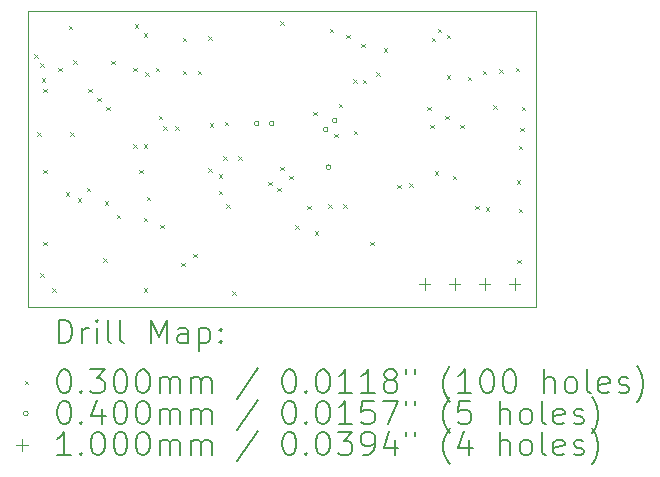
<source format=gbr>
%FSLAX45Y45*%
G04 Gerber Fmt 4.5, Leading zero omitted, Abs format (unit mm)*
G04 Created by KiCad (PCBNEW 6.0.5-a6ca702e91~116~ubuntu21.10.1) date 2022-05-27 18:57:24*
%MOMM*%
%LPD*%
G01*
G04 APERTURE LIST*
%TA.AperFunction,Profile*%
%ADD10C,0.050000*%
%TD*%
%ADD11C,0.200000*%
%ADD12C,0.030000*%
%ADD13C,0.040000*%
%ADD14C,0.100000*%
G04 APERTURE END LIST*
D10*
X7988300Y-13500000D02*
X7988300Y-11000000D01*
X12288300Y-13500000D02*
X7988300Y-13500000D01*
X12288300Y-11000000D02*
X12288300Y-13500000D01*
X7988300Y-11000000D02*
X12288300Y-11000000D01*
D11*
D12*
X8037800Y-11364200D02*
X8067800Y-11394200D01*
X8067800Y-11364200D02*
X8037800Y-11394200D01*
X8063200Y-12024600D02*
X8093200Y-12054600D01*
X8093200Y-12024600D02*
X8063200Y-12054600D01*
X8088600Y-11440400D02*
X8118600Y-11470400D01*
X8118600Y-11440400D02*
X8088600Y-11470400D01*
X8088600Y-13218400D02*
X8118600Y-13248400D01*
X8118600Y-13218400D02*
X8088600Y-13248400D01*
X8101300Y-11567400D02*
X8131300Y-11597400D01*
X8131300Y-11567400D02*
X8101300Y-11597400D01*
X8114000Y-11656300D02*
X8144000Y-11686300D01*
X8144000Y-11656300D02*
X8114000Y-11686300D01*
X8114000Y-12342100D02*
X8144000Y-12372100D01*
X8144000Y-12342100D02*
X8114000Y-12372100D01*
X8114000Y-12951700D02*
X8144000Y-12981700D01*
X8144000Y-12951700D02*
X8114000Y-12981700D01*
X8190200Y-13345400D02*
X8220200Y-13375400D01*
X8220200Y-13345400D02*
X8190200Y-13375400D01*
X8241000Y-11478500D02*
X8271000Y-11508500D01*
X8271000Y-11478500D02*
X8241000Y-11508500D01*
X8304500Y-12532600D02*
X8334500Y-12562600D01*
X8334500Y-12532600D02*
X8304500Y-12562600D01*
X8329900Y-11122900D02*
X8359900Y-11152900D01*
X8359900Y-11122900D02*
X8329900Y-11152900D01*
X8342600Y-12024600D02*
X8372600Y-12054600D01*
X8372600Y-12024600D02*
X8342600Y-12054600D01*
X8368000Y-11415000D02*
X8398000Y-11445000D01*
X8398000Y-11415000D02*
X8368000Y-11445000D01*
X8406100Y-12583400D02*
X8436100Y-12613400D01*
X8436100Y-12583400D02*
X8406100Y-12613400D01*
X8482300Y-12494500D02*
X8512300Y-12524500D01*
X8512300Y-12494500D02*
X8482300Y-12524500D01*
X8495000Y-11656300D02*
X8525000Y-11686300D01*
X8525000Y-11656300D02*
X8495000Y-11686300D01*
X8571200Y-11732500D02*
X8601200Y-11762500D01*
X8601200Y-11732500D02*
X8571200Y-11762500D01*
X8622000Y-13091400D02*
X8652000Y-13121400D01*
X8652000Y-13091400D02*
X8622000Y-13121400D01*
X8634700Y-12608800D02*
X8664700Y-12638800D01*
X8664700Y-12608800D02*
X8634700Y-12638800D01*
X8647400Y-11808700D02*
X8677400Y-11838700D01*
X8677400Y-11808700D02*
X8647400Y-11838700D01*
X8687547Y-11417699D02*
X8717547Y-11447699D01*
X8717547Y-11417699D02*
X8687547Y-11447699D01*
X8736300Y-12723100D02*
X8766300Y-12753100D01*
X8766300Y-12723100D02*
X8736300Y-12753100D01*
X8876000Y-11478500D02*
X8906000Y-11508500D01*
X8906000Y-11478500D02*
X8876000Y-11508500D01*
X8876000Y-12126200D02*
X8906000Y-12156200D01*
X8906000Y-12126200D02*
X8876000Y-12156200D01*
X8888700Y-11110200D02*
X8918700Y-11140200D01*
X8918700Y-11110200D02*
X8888700Y-11140200D01*
X8926800Y-12342100D02*
X8956800Y-12372100D01*
X8956800Y-12342100D02*
X8926800Y-12372100D01*
X8964900Y-11186400D02*
X8994900Y-11216400D01*
X8994900Y-11186400D02*
X8964900Y-11216400D01*
X8964900Y-12126200D02*
X8994900Y-12156200D01*
X8994900Y-12126200D02*
X8964900Y-12156200D01*
X8964900Y-12748500D02*
X8994900Y-12778500D01*
X8994900Y-12748500D02*
X8964900Y-12778500D01*
X8964900Y-13345400D02*
X8994900Y-13375400D01*
X8994900Y-13345400D02*
X8964900Y-13375400D01*
X8977600Y-11516600D02*
X9007600Y-11546600D01*
X9007600Y-11516600D02*
X8977600Y-11546600D01*
X8990300Y-12570700D02*
X9020300Y-12600700D01*
X9020300Y-12570700D02*
X8990300Y-12600700D01*
X9066500Y-11478500D02*
X9096500Y-11508500D01*
X9096500Y-11478500D02*
X9066500Y-11508500D01*
X9091900Y-11884900D02*
X9121900Y-11914900D01*
X9121900Y-11884900D02*
X9091900Y-11914900D01*
X9104600Y-12808500D02*
X9134600Y-12838500D01*
X9134600Y-12808500D02*
X9104600Y-12838500D01*
X9130000Y-11973800D02*
X9160000Y-12003800D01*
X9160000Y-11973800D02*
X9130000Y-12003800D01*
X9231600Y-11973800D02*
X9261600Y-12003800D01*
X9261600Y-11973800D02*
X9231600Y-12003800D01*
X9282400Y-13129500D02*
X9312400Y-13159500D01*
X9312400Y-13129500D02*
X9282400Y-13159500D01*
X9295100Y-11224500D02*
X9325100Y-11254500D01*
X9325100Y-11224500D02*
X9295100Y-11254500D01*
X9295100Y-11503900D02*
X9325100Y-11533900D01*
X9325100Y-11503900D02*
X9295100Y-11533900D01*
X9384000Y-13053300D02*
X9414000Y-13083300D01*
X9414000Y-13053300D02*
X9384000Y-13083300D01*
X9422100Y-11503900D02*
X9452100Y-11533900D01*
X9452100Y-11503900D02*
X9422100Y-11533900D01*
X9511000Y-11211800D02*
X9541000Y-11241800D01*
X9541000Y-11211800D02*
X9511000Y-11241800D01*
X9511000Y-12329400D02*
X9541000Y-12359400D01*
X9541000Y-12329400D02*
X9511000Y-12359400D01*
X9523700Y-11948400D02*
X9553700Y-11978400D01*
X9553700Y-11948400D02*
X9523700Y-11978400D01*
X9599900Y-12380200D02*
X9629900Y-12410200D01*
X9629900Y-12380200D02*
X9599900Y-12410200D01*
X9599900Y-12519900D02*
X9629900Y-12549900D01*
X9629900Y-12519900D02*
X9599900Y-12549900D01*
X9638000Y-12227800D02*
X9668000Y-12257800D01*
X9668000Y-12227800D02*
X9638000Y-12257800D01*
X9650700Y-11935700D02*
X9680700Y-11965700D01*
X9680700Y-11935700D02*
X9650700Y-11965700D01*
X9663400Y-12634200D02*
X9693400Y-12664200D01*
X9693400Y-12634200D02*
X9663400Y-12664200D01*
X9714200Y-13370800D02*
X9744200Y-13400800D01*
X9744200Y-13370800D02*
X9714200Y-13400800D01*
X9765000Y-12227800D02*
X9795000Y-12257800D01*
X9795000Y-12227800D02*
X9765000Y-12257800D01*
X10019000Y-12443700D02*
X10049000Y-12473700D01*
X10049000Y-12443700D02*
X10019000Y-12473700D01*
X10095200Y-12494500D02*
X10125200Y-12524500D01*
X10125200Y-12494500D02*
X10095200Y-12524500D01*
X10120600Y-11084800D02*
X10150600Y-11114800D01*
X10150600Y-11084800D02*
X10120600Y-11114800D01*
X10120600Y-12316700D02*
X10150600Y-12346700D01*
X10150600Y-12316700D02*
X10120600Y-12346700D01*
X10196800Y-12392900D02*
X10226800Y-12422900D01*
X10226800Y-12392900D02*
X10196800Y-12422900D01*
X10247600Y-12812000D02*
X10277600Y-12842000D01*
X10277600Y-12812000D02*
X10247600Y-12842000D01*
X10349200Y-12646900D02*
X10379200Y-12676900D01*
X10379200Y-12646900D02*
X10349200Y-12676900D01*
X10400000Y-11850350D02*
X10430000Y-11880350D01*
X10430000Y-11850350D02*
X10400000Y-11880350D01*
X10412700Y-12862800D02*
X10442700Y-12892800D01*
X10442700Y-12862800D02*
X10412700Y-12892800D01*
X10527000Y-12634200D02*
X10557000Y-12664200D01*
X10557000Y-12634200D02*
X10527000Y-12664200D01*
X10538700Y-11148300D02*
X10568700Y-11178300D01*
X10568700Y-11148300D02*
X10538700Y-11178300D01*
X10577800Y-12037300D02*
X10607800Y-12067300D01*
X10607800Y-12037300D02*
X10577800Y-12067300D01*
X10615900Y-11783300D02*
X10645900Y-11813300D01*
X10645900Y-11783300D02*
X10615900Y-11813300D01*
X10654000Y-12634200D02*
X10684000Y-12664200D01*
X10684000Y-12634200D02*
X10654000Y-12664200D01*
X10679400Y-11199100D02*
X10709400Y-11229100D01*
X10709400Y-11199100D02*
X10679400Y-11229100D01*
X10736673Y-11577674D02*
X10766673Y-11607674D01*
X10766673Y-11577674D02*
X10736673Y-11607674D01*
X10742900Y-12011900D02*
X10772900Y-12041900D01*
X10772900Y-12011900D02*
X10742900Y-12041900D01*
X10806400Y-11275300D02*
X10836400Y-11305300D01*
X10836400Y-11275300D02*
X10806400Y-11305300D01*
X10819100Y-11580100D02*
X10849100Y-11610100D01*
X10849100Y-11580100D02*
X10819100Y-11610100D01*
X10882600Y-12951700D02*
X10912600Y-12981700D01*
X10912600Y-12951700D02*
X10882600Y-12981700D01*
X10933400Y-11518100D02*
X10963400Y-11548100D01*
X10963400Y-11518100D02*
X10933400Y-11548100D01*
X10996900Y-11313400D02*
X11026900Y-11343400D01*
X11026900Y-11313400D02*
X10996900Y-11343400D01*
X11111200Y-12469100D02*
X11141200Y-12499100D01*
X11141200Y-12469100D02*
X11111200Y-12499100D01*
X11212800Y-12456400D02*
X11242800Y-12486400D01*
X11242800Y-12456400D02*
X11212800Y-12486400D01*
X11365200Y-11808700D02*
X11395200Y-11838700D01*
X11395200Y-11808700D02*
X11365200Y-11838700D01*
X11390600Y-11961100D02*
X11420600Y-11991100D01*
X11420600Y-11961100D02*
X11390600Y-11991100D01*
X11402300Y-11224500D02*
X11432300Y-11254500D01*
X11432300Y-11224500D02*
X11402300Y-11254500D01*
X11428700Y-12354800D02*
X11458700Y-12384800D01*
X11458700Y-12354800D02*
X11428700Y-12384800D01*
X11453100Y-11148300D02*
X11483100Y-11178300D01*
X11483100Y-11148300D02*
X11453100Y-11178300D01*
X11517600Y-11884900D02*
X11547600Y-11914900D01*
X11547600Y-11884900D02*
X11517600Y-11914900D01*
X11529300Y-11199100D02*
X11559300Y-11229100D01*
X11559300Y-11199100D02*
X11529300Y-11229100D01*
X11530300Y-11542000D02*
X11560300Y-11572000D01*
X11560300Y-11542000D02*
X11530300Y-11572000D01*
X11581100Y-12392900D02*
X11611100Y-12422900D01*
X11611100Y-12392900D02*
X11581100Y-12422900D01*
X11644600Y-11961100D02*
X11674600Y-11991100D01*
X11674600Y-11961100D02*
X11644600Y-11991100D01*
X11708100Y-11554700D02*
X11738100Y-11584700D01*
X11738100Y-11554700D02*
X11708100Y-11584700D01*
X11771600Y-12646900D02*
X11801600Y-12676900D01*
X11801600Y-12646900D02*
X11771600Y-12676900D01*
X11835100Y-11503900D02*
X11865100Y-11533900D01*
X11865100Y-11503900D02*
X11835100Y-11533900D01*
X11860500Y-12659600D02*
X11890500Y-12689600D01*
X11890500Y-12659600D02*
X11860500Y-12689600D01*
X11924000Y-11796000D02*
X11954000Y-11826000D01*
X11954000Y-11796000D02*
X11924000Y-11826000D01*
X11974800Y-11491200D02*
X12004800Y-11521200D01*
X12004800Y-11491200D02*
X11974800Y-11521200D01*
X12113500Y-11478500D02*
X12143500Y-11508500D01*
X12143500Y-11478500D02*
X12113500Y-11508500D01*
X12123700Y-12431000D02*
X12153700Y-12461000D01*
X12153700Y-12431000D02*
X12123700Y-12461000D01*
X12127200Y-13104100D02*
X12157200Y-13134100D01*
X12157200Y-13104100D02*
X12127200Y-13134100D01*
X12138900Y-12138900D02*
X12168900Y-12168900D01*
X12168900Y-12138900D02*
X12138900Y-12168900D01*
X12139900Y-12672300D02*
X12169900Y-12702300D01*
X12169900Y-12672300D02*
X12139900Y-12702300D01*
X12152600Y-11986500D02*
X12182600Y-12016500D01*
X12182600Y-11986500D02*
X12152600Y-12016500D01*
X12164300Y-11808700D02*
X12194300Y-11838700D01*
X12194300Y-11808700D02*
X12164300Y-11838700D01*
D13*
X9939700Y-11950700D02*
G75*
G03*
X9939700Y-11950700I-20000J0D01*
G01*
X10066700Y-11950700D02*
G75*
G03*
X10066700Y-11950700I-20000J0D01*
G01*
X10523900Y-12001500D02*
G75*
G03*
X10523900Y-12001500I-20000J0D01*
G01*
X10549300Y-12319000D02*
G75*
G03*
X10549300Y-12319000I-20000J0D01*
G01*
X10600100Y-11925300D02*
G75*
G03*
X10600100Y-11925300I-20000J0D01*
G01*
D14*
X11342100Y-13259600D02*
X11342100Y-13359600D01*
X11292100Y-13309600D02*
X11392100Y-13309600D01*
X11596100Y-13259600D02*
X11596100Y-13359600D01*
X11546100Y-13309600D02*
X11646100Y-13309600D01*
X11850100Y-13259600D02*
X11850100Y-13359600D01*
X11800100Y-13309600D02*
X11900100Y-13309600D01*
X12104100Y-13259600D02*
X12104100Y-13359600D01*
X12054100Y-13309600D02*
X12154100Y-13309600D01*
D11*
X8243419Y-13812976D02*
X8243419Y-13612976D01*
X8291038Y-13612976D01*
X8319609Y-13622500D01*
X8338657Y-13641548D01*
X8348181Y-13660595D01*
X8357705Y-13698690D01*
X8357705Y-13727262D01*
X8348181Y-13765357D01*
X8338657Y-13784405D01*
X8319609Y-13803452D01*
X8291038Y-13812976D01*
X8243419Y-13812976D01*
X8443419Y-13812976D02*
X8443419Y-13679643D01*
X8443419Y-13717738D02*
X8452943Y-13698690D01*
X8462467Y-13689167D01*
X8481514Y-13679643D01*
X8500562Y-13679643D01*
X8567229Y-13812976D02*
X8567229Y-13679643D01*
X8567229Y-13612976D02*
X8557705Y-13622500D01*
X8567229Y-13632024D01*
X8576752Y-13622500D01*
X8567229Y-13612976D01*
X8567229Y-13632024D01*
X8691038Y-13812976D02*
X8671990Y-13803452D01*
X8662467Y-13784405D01*
X8662467Y-13612976D01*
X8795800Y-13812976D02*
X8776752Y-13803452D01*
X8767229Y-13784405D01*
X8767229Y-13612976D01*
X9024371Y-13812976D02*
X9024371Y-13612976D01*
X9091038Y-13755833D01*
X9157705Y-13612976D01*
X9157705Y-13812976D01*
X9338657Y-13812976D02*
X9338657Y-13708214D01*
X9329133Y-13689167D01*
X9310086Y-13679643D01*
X9271990Y-13679643D01*
X9252943Y-13689167D01*
X9338657Y-13803452D02*
X9319610Y-13812976D01*
X9271990Y-13812976D01*
X9252943Y-13803452D01*
X9243419Y-13784405D01*
X9243419Y-13765357D01*
X9252943Y-13746309D01*
X9271990Y-13736786D01*
X9319610Y-13736786D01*
X9338657Y-13727262D01*
X9433895Y-13679643D02*
X9433895Y-13879643D01*
X9433895Y-13689167D02*
X9452943Y-13679643D01*
X9491038Y-13679643D01*
X9510086Y-13689167D01*
X9519610Y-13698690D01*
X9529133Y-13717738D01*
X9529133Y-13774881D01*
X9519610Y-13793928D01*
X9510086Y-13803452D01*
X9491038Y-13812976D01*
X9452943Y-13812976D01*
X9433895Y-13803452D01*
X9614848Y-13793928D02*
X9624371Y-13803452D01*
X9614848Y-13812976D01*
X9605324Y-13803452D01*
X9614848Y-13793928D01*
X9614848Y-13812976D01*
X9614848Y-13689167D02*
X9624371Y-13698690D01*
X9614848Y-13708214D01*
X9605324Y-13698690D01*
X9614848Y-13689167D01*
X9614848Y-13708214D01*
D12*
X7955800Y-14127500D02*
X7985800Y-14157500D01*
X7985800Y-14127500D02*
X7955800Y-14157500D01*
D11*
X8281514Y-14032976D02*
X8300562Y-14032976D01*
X8319609Y-14042500D01*
X8329133Y-14052024D01*
X8338657Y-14071071D01*
X8348181Y-14109167D01*
X8348181Y-14156786D01*
X8338657Y-14194881D01*
X8329133Y-14213928D01*
X8319609Y-14223452D01*
X8300562Y-14232976D01*
X8281514Y-14232976D01*
X8262467Y-14223452D01*
X8252943Y-14213928D01*
X8243419Y-14194881D01*
X8233895Y-14156786D01*
X8233895Y-14109167D01*
X8243419Y-14071071D01*
X8252943Y-14052024D01*
X8262467Y-14042500D01*
X8281514Y-14032976D01*
X8433895Y-14213928D02*
X8443419Y-14223452D01*
X8433895Y-14232976D01*
X8424371Y-14223452D01*
X8433895Y-14213928D01*
X8433895Y-14232976D01*
X8510086Y-14032976D02*
X8633895Y-14032976D01*
X8567229Y-14109167D01*
X8595800Y-14109167D01*
X8614848Y-14118690D01*
X8624371Y-14128214D01*
X8633895Y-14147262D01*
X8633895Y-14194881D01*
X8624371Y-14213928D01*
X8614848Y-14223452D01*
X8595800Y-14232976D01*
X8538657Y-14232976D01*
X8519610Y-14223452D01*
X8510086Y-14213928D01*
X8757705Y-14032976D02*
X8776752Y-14032976D01*
X8795800Y-14042500D01*
X8805324Y-14052024D01*
X8814848Y-14071071D01*
X8824371Y-14109167D01*
X8824371Y-14156786D01*
X8814848Y-14194881D01*
X8805324Y-14213928D01*
X8795800Y-14223452D01*
X8776752Y-14232976D01*
X8757705Y-14232976D01*
X8738657Y-14223452D01*
X8729133Y-14213928D01*
X8719610Y-14194881D01*
X8710086Y-14156786D01*
X8710086Y-14109167D01*
X8719610Y-14071071D01*
X8729133Y-14052024D01*
X8738657Y-14042500D01*
X8757705Y-14032976D01*
X8948181Y-14032976D02*
X8967229Y-14032976D01*
X8986276Y-14042500D01*
X8995800Y-14052024D01*
X9005324Y-14071071D01*
X9014848Y-14109167D01*
X9014848Y-14156786D01*
X9005324Y-14194881D01*
X8995800Y-14213928D01*
X8986276Y-14223452D01*
X8967229Y-14232976D01*
X8948181Y-14232976D01*
X8929133Y-14223452D01*
X8919610Y-14213928D01*
X8910086Y-14194881D01*
X8900562Y-14156786D01*
X8900562Y-14109167D01*
X8910086Y-14071071D01*
X8919610Y-14052024D01*
X8929133Y-14042500D01*
X8948181Y-14032976D01*
X9100562Y-14232976D02*
X9100562Y-14099643D01*
X9100562Y-14118690D02*
X9110086Y-14109167D01*
X9129133Y-14099643D01*
X9157705Y-14099643D01*
X9176752Y-14109167D01*
X9186276Y-14128214D01*
X9186276Y-14232976D01*
X9186276Y-14128214D02*
X9195800Y-14109167D01*
X9214848Y-14099643D01*
X9243419Y-14099643D01*
X9262467Y-14109167D01*
X9271990Y-14128214D01*
X9271990Y-14232976D01*
X9367229Y-14232976D02*
X9367229Y-14099643D01*
X9367229Y-14118690D02*
X9376752Y-14109167D01*
X9395800Y-14099643D01*
X9424371Y-14099643D01*
X9443419Y-14109167D01*
X9452943Y-14128214D01*
X9452943Y-14232976D01*
X9452943Y-14128214D02*
X9462467Y-14109167D01*
X9481514Y-14099643D01*
X9510086Y-14099643D01*
X9529133Y-14109167D01*
X9538657Y-14128214D01*
X9538657Y-14232976D01*
X9929133Y-14023452D02*
X9757705Y-14280595D01*
X10186276Y-14032976D02*
X10205324Y-14032976D01*
X10224371Y-14042500D01*
X10233895Y-14052024D01*
X10243419Y-14071071D01*
X10252943Y-14109167D01*
X10252943Y-14156786D01*
X10243419Y-14194881D01*
X10233895Y-14213928D01*
X10224371Y-14223452D01*
X10205324Y-14232976D01*
X10186276Y-14232976D01*
X10167229Y-14223452D01*
X10157705Y-14213928D01*
X10148181Y-14194881D01*
X10138657Y-14156786D01*
X10138657Y-14109167D01*
X10148181Y-14071071D01*
X10157705Y-14052024D01*
X10167229Y-14042500D01*
X10186276Y-14032976D01*
X10338657Y-14213928D02*
X10348181Y-14223452D01*
X10338657Y-14232976D01*
X10329133Y-14223452D01*
X10338657Y-14213928D01*
X10338657Y-14232976D01*
X10471990Y-14032976D02*
X10491038Y-14032976D01*
X10510086Y-14042500D01*
X10519610Y-14052024D01*
X10529133Y-14071071D01*
X10538657Y-14109167D01*
X10538657Y-14156786D01*
X10529133Y-14194881D01*
X10519610Y-14213928D01*
X10510086Y-14223452D01*
X10491038Y-14232976D01*
X10471990Y-14232976D01*
X10452943Y-14223452D01*
X10443419Y-14213928D01*
X10433895Y-14194881D01*
X10424371Y-14156786D01*
X10424371Y-14109167D01*
X10433895Y-14071071D01*
X10443419Y-14052024D01*
X10452943Y-14042500D01*
X10471990Y-14032976D01*
X10729133Y-14232976D02*
X10614848Y-14232976D01*
X10671990Y-14232976D02*
X10671990Y-14032976D01*
X10652943Y-14061548D01*
X10633895Y-14080595D01*
X10614848Y-14090119D01*
X10919610Y-14232976D02*
X10805324Y-14232976D01*
X10862467Y-14232976D02*
X10862467Y-14032976D01*
X10843419Y-14061548D01*
X10824371Y-14080595D01*
X10805324Y-14090119D01*
X11033895Y-14118690D02*
X11014848Y-14109167D01*
X11005324Y-14099643D01*
X10995800Y-14080595D01*
X10995800Y-14071071D01*
X11005324Y-14052024D01*
X11014848Y-14042500D01*
X11033895Y-14032976D01*
X11071990Y-14032976D01*
X11091038Y-14042500D01*
X11100562Y-14052024D01*
X11110086Y-14071071D01*
X11110086Y-14080595D01*
X11100562Y-14099643D01*
X11091038Y-14109167D01*
X11071990Y-14118690D01*
X11033895Y-14118690D01*
X11014848Y-14128214D01*
X11005324Y-14137738D01*
X10995800Y-14156786D01*
X10995800Y-14194881D01*
X11005324Y-14213928D01*
X11014848Y-14223452D01*
X11033895Y-14232976D01*
X11071990Y-14232976D01*
X11091038Y-14223452D01*
X11100562Y-14213928D01*
X11110086Y-14194881D01*
X11110086Y-14156786D01*
X11100562Y-14137738D01*
X11091038Y-14128214D01*
X11071990Y-14118690D01*
X11186276Y-14032976D02*
X11186276Y-14071071D01*
X11262467Y-14032976D02*
X11262467Y-14071071D01*
X11557705Y-14309167D02*
X11548181Y-14299643D01*
X11529133Y-14271071D01*
X11519609Y-14252024D01*
X11510086Y-14223452D01*
X11500562Y-14175833D01*
X11500562Y-14137738D01*
X11510086Y-14090119D01*
X11519609Y-14061548D01*
X11529133Y-14042500D01*
X11548181Y-14013928D01*
X11557705Y-14004405D01*
X11738657Y-14232976D02*
X11624371Y-14232976D01*
X11681514Y-14232976D02*
X11681514Y-14032976D01*
X11662467Y-14061548D01*
X11643419Y-14080595D01*
X11624371Y-14090119D01*
X11862467Y-14032976D02*
X11881514Y-14032976D01*
X11900562Y-14042500D01*
X11910086Y-14052024D01*
X11919609Y-14071071D01*
X11929133Y-14109167D01*
X11929133Y-14156786D01*
X11919609Y-14194881D01*
X11910086Y-14213928D01*
X11900562Y-14223452D01*
X11881514Y-14232976D01*
X11862467Y-14232976D01*
X11843419Y-14223452D01*
X11833895Y-14213928D01*
X11824371Y-14194881D01*
X11814848Y-14156786D01*
X11814848Y-14109167D01*
X11824371Y-14071071D01*
X11833895Y-14052024D01*
X11843419Y-14042500D01*
X11862467Y-14032976D01*
X12052943Y-14032976D02*
X12071990Y-14032976D01*
X12091038Y-14042500D01*
X12100562Y-14052024D01*
X12110086Y-14071071D01*
X12119609Y-14109167D01*
X12119609Y-14156786D01*
X12110086Y-14194881D01*
X12100562Y-14213928D01*
X12091038Y-14223452D01*
X12071990Y-14232976D01*
X12052943Y-14232976D01*
X12033895Y-14223452D01*
X12024371Y-14213928D01*
X12014848Y-14194881D01*
X12005324Y-14156786D01*
X12005324Y-14109167D01*
X12014848Y-14071071D01*
X12024371Y-14052024D01*
X12033895Y-14042500D01*
X12052943Y-14032976D01*
X12357705Y-14232976D02*
X12357705Y-14032976D01*
X12443419Y-14232976D02*
X12443419Y-14128214D01*
X12433895Y-14109167D01*
X12414848Y-14099643D01*
X12386276Y-14099643D01*
X12367228Y-14109167D01*
X12357705Y-14118690D01*
X12567228Y-14232976D02*
X12548181Y-14223452D01*
X12538657Y-14213928D01*
X12529133Y-14194881D01*
X12529133Y-14137738D01*
X12538657Y-14118690D01*
X12548181Y-14109167D01*
X12567228Y-14099643D01*
X12595800Y-14099643D01*
X12614848Y-14109167D01*
X12624371Y-14118690D01*
X12633895Y-14137738D01*
X12633895Y-14194881D01*
X12624371Y-14213928D01*
X12614848Y-14223452D01*
X12595800Y-14232976D01*
X12567228Y-14232976D01*
X12748181Y-14232976D02*
X12729133Y-14223452D01*
X12719609Y-14204405D01*
X12719609Y-14032976D01*
X12900562Y-14223452D02*
X12881514Y-14232976D01*
X12843419Y-14232976D01*
X12824371Y-14223452D01*
X12814848Y-14204405D01*
X12814848Y-14128214D01*
X12824371Y-14109167D01*
X12843419Y-14099643D01*
X12881514Y-14099643D01*
X12900562Y-14109167D01*
X12910086Y-14128214D01*
X12910086Y-14147262D01*
X12814848Y-14166309D01*
X12986276Y-14223452D02*
X13005324Y-14232976D01*
X13043419Y-14232976D01*
X13062467Y-14223452D01*
X13071990Y-14204405D01*
X13071990Y-14194881D01*
X13062467Y-14175833D01*
X13043419Y-14166309D01*
X13014848Y-14166309D01*
X12995800Y-14156786D01*
X12986276Y-14137738D01*
X12986276Y-14128214D01*
X12995800Y-14109167D01*
X13014848Y-14099643D01*
X13043419Y-14099643D01*
X13062467Y-14109167D01*
X13138657Y-14309167D02*
X13148181Y-14299643D01*
X13167228Y-14271071D01*
X13176752Y-14252024D01*
X13186276Y-14223452D01*
X13195800Y-14175833D01*
X13195800Y-14137738D01*
X13186276Y-14090119D01*
X13176752Y-14061548D01*
X13167228Y-14042500D01*
X13148181Y-14013928D01*
X13138657Y-14004405D01*
D13*
X7985800Y-14406500D02*
G75*
G03*
X7985800Y-14406500I-20000J0D01*
G01*
D11*
X8281514Y-14296976D02*
X8300562Y-14296976D01*
X8319609Y-14306500D01*
X8329133Y-14316024D01*
X8338657Y-14335071D01*
X8348181Y-14373167D01*
X8348181Y-14420786D01*
X8338657Y-14458881D01*
X8329133Y-14477928D01*
X8319609Y-14487452D01*
X8300562Y-14496976D01*
X8281514Y-14496976D01*
X8262467Y-14487452D01*
X8252943Y-14477928D01*
X8243419Y-14458881D01*
X8233895Y-14420786D01*
X8233895Y-14373167D01*
X8243419Y-14335071D01*
X8252943Y-14316024D01*
X8262467Y-14306500D01*
X8281514Y-14296976D01*
X8433895Y-14477928D02*
X8443419Y-14487452D01*
X8433895Y-14496976D01*
X8424371Y-14487452D01*
X8433895Y-14477928D01*
X8433895Y-14496976D01*
X8614848Y-14363643D02*
X8614848Y-14496976D01*
X8567229Y-14287452D02*
X8519610Y-14430309D01*
X8643419Y-14430309D01*
X8757705Y-14296976D02*
X8776752Y-14296976D01*
X8795800Y-14306500D01*
X8805324Y-14316024D01*
X8814848Y-14335071D01*
X8824371Y-14373167D01*
X8824371Y-14420786D01*
X8814848Y-14458881D01*
X8805324Y-14477928D01*
X8795800Y-14487452D01*
X8776752Y-14496976D01*
X8757705Y-14496976D01*
X8738657Y-14487452D01*
X8729133Y-14477928D01*
X8719610Y-14458881D01*
X8710086Y-14420786D01*
X8710086Y-14373167D01*
X8719610Y-14335071D01*
X8729133Y-14316024D01*
X8738657Y-14306500D01*
X8757705Y-14296976D01*
X8948181Y-14296976D02*
X8967229Y-14296976D01*
X8986276Y-14306500D01*
X8995800Y-14316024D01*
X9005324Y-14335071D01*
X9014848Y-14373167D01*
X9014848Y-14420786D01*
X9005324Y-14458881D01*
X8995800Y-14477928D01*
X8986276Y-14487452D01*
X8967229Y-14496976D01*
X8948181Y-14496976D01*
X8929133Y-14487452D01*
X8919610Y-14477928D01*
X8910086Y-14458881D01*
X8900562Y-14420786D01*
X8900562Y-14373167D01*
X8910086Y-14335071D01*
X8919610Y-14316024D01*
X8929133Y-14306500D01*
X8948181Y-14296976D01*
X9100562Y-14496976D02*
X9100562Y-14363643D01*
X9100562Y-14382690D02*
X9110086Y-14373167D01*
X9129133Y-14363643D01*
X9157705Y-14363643D01*
X9176752Y-14373167D01*
X9186276Y-14392214D01*
X9186276Y-14496976D01*
X9186276Y-14392214D02*
X9195800Y-14373167D01*
X9214848Y-14363643D01*
X9243419Y-14363643D01*
X9262467Y-14373167D01*
X9271990Y-14392214D01*
X9271990Y-14496976D01*
X9367229Y-14496976D02*
X9367229Y-14363643D01*
X9367229Y-14382690D02*
X9376752Y-14373167D01*
X9395800Y-14363643D01*
X9424371Y-14363643D01*
X9443419Y-14373167D01*
X9452943Y-14392214D01*
X9452943Y-14496976D01*
X9452943Y-14392214D02*
X9462467Y-14373167D01*
X9481514Y-14363643D01*
X9510086Y-14363643D01*
X9529133Y-14373167D01*
X9538657Y-14392214D01*
X9538657Y-14496976D01*
X9929133Y-14287452D02*
X9757705Y-14544595D01*
X10186276Y-14296976D02*
X10205324Y-14296976D01*
X10224371Y-14306500D01*
X10233895Y-14316024D01*
X10243419Y-14335071D01*
X10252943Y-14373167D01*
X10252943Y-14420786D01*
X10243419Y-14458881D01*
X10233895Y-14477928D01*
X10224371Y-14487452D01*
X10205324Y-14496976D01*
X10186276Y-14496976D01*
X10167229Y-14487452D01*
X10157705Y-14477928D01*
X10148181Y-14458881D01*
X10138657Y-14420786D01*
X10138657Y-14373167D01*
X10148181Y-14335071D01*
X10157705Y-14316024D01*
X10167229Y-14306500D01*
X10186276Y-14296976D01*
X10338657Y-14477928D02*
X10348181Y-14487452D01*
X10338657Y-14496976D01*
X10329133Y-14487452D01*
X10338657Y-14477928D01*
X10338657Y-14496976D01*
X10471990Y-14296976D02*
X10491038Y-14296976D01*
X10510086Y-14306500D01*
X10519610Y-14316024D01*
X10529133Y-14335071D01*
X10538657Y-14373167D01*
X10538657Y-14420786D01*
X10529133Y-14458881D01*
X10519610Y-14477928D01*
X10510086Y-14487452D01*
X10491038Y-14496976D01*
X10471990Y-14496976D01*
X10452943Y-14487452D01*
X10443419Y-14477928D01*
X10433895Y-14458881D01*
X10424371Y-14420786D01*
X10424371Y-14373167D01*
X10433895Y-14335071D01*
X10443419Y-14316024D01*
X10452943Y-14306500D01*
X10471990Y-14296976D01*
X10729133Y-14496976D02*
X10614848Y-14496976D01*
X10671990Y-14496976D02*
X10671990Y-14296976D01*
X10652943Y-14325548D01*
X10633895Y-14344595D01*
X10614848Y-14354119D01*
X10910086Y-14296976D02*
X10814848Y-14296976D01*
X10805324Y-14392214D01*
X10814848Y-14382690D01*
X10833895Y-14373167D01*
X10881514Y-14373167D01*
X10900562Y-14382690D01*
X10910086Y-14392214D01*
X10919610Y-14411262D01*
X10919610Y-14458881D01*
X10910086Y-14477928D01*
X10900562Y-14487452D01*
X10881514Y-14496976D01*
X10833895Y-14496976D01*
X10814848Y-14487452D01*
X10805324Y-14477928D01*
X10986276Y-14296976D02*
X11119610Y-14296976D01*
X11033895Y-14496976D01*
X11186276Y-14296976D02*
X11186276Y-14335071D01*
X11262467Y-14296976D02*
X11262467Y-14335071D01*
X11557705Y-14573167D02*
X11548181Y-14563643D01*
X11529133Y-14535071D01*
X11519609Y-14516024D01*
X11510086Y-14487452D01*
X11500562Y-14439833D01*
X11500562Y-14401738D01*
X11510086Y-14354119D01*
X11519609Y-14325548D01*
X11529133Y-14306500D01*
X11548181Y-14277928D01*
X11557705Y-14268405D01*
X11729133Y-14296976D02*
X11633895Y-14296976D01*
X11624371Y-14392214D01*
X11633895Y-14382690D01*
X11652943Y-14373167D01*
X11700562Y-14373167D01*
X11719609Y-14382690D01*
X11729133Y-14392214D01*
X11738657Y-14411262D01*
X11738657Y-14458881D01*
X11729133Y-14477928D01*
X11719609Y-14487452D01*
X11700562Y-14496976D01*
X11652943Y-14496976D01*
X11633895Y-14487452D01*
X11624371Y-14477928D01*
X11976752Y-14496976D02*
X11976752Y-14296976D01*
X12062467Y-14496976D02*
X12062467Y-14392214D01*
X12052943Y-14373167D01*
X12033895Y-14363643D01*
X12005324Y-14363643D01*
X11986276Y-14373167D01*
X11976752Y-14382690D01*
X12186276Y-14496976D02*
X12167228Y-14487452D01*
X12157705Y-14477928D01*
X12148181Y-14458881D01*
X12148181Y-14401738D01*
X12157705Y-14382690D01*
X12167228Y-14373167D01*
X12186276Y-14363643D01*
X12214848Y-14363643D01*
X12233895Y-14373167D01*
X12243419Y-14382690D01*
X12252943Y-14401738D01*
X12252943Y-14458881D01*
X12243419Y-14477928D01*
X12233895Y-14487452D01*
X12214848Y-14496976D01*
X12186276Y-14496976D01*
X12367228Y-14496976D02*
X12348181Y-14487452D01*
X12338657Y-14468405D01*
X12338657Y-14296976D01*
X12519609Y-14487452D02*
X12500562Y-14496976D01*
X12462467Y-14496976D01*
X12443419Y-14487452D01*
X12433895Y-14468405D01*
X12433895Y-14392214D01*
X12443419Y-14373167D01*
X12462467Y-14363643D01*
X12500562Y-14363643D01*
X12519609Y-14373167D01*
X12529133Y-14392214D01*
X12529133Y-14411262D01*
X12433895Y-14430309D01*
X12605324Y-14487452D02*
X12624371Y-14496976D01*
X12662467Y-14496976D01*
X12681514Y-14487452D01*
X12691038Y-14468405D01*
X12691038Y-14458881D01*
X12681514Y-14439833D01*
X12662467Y-14430309D01*
X12633895Y-14430309D01*
X12614848Y-14420786D01*
X12605324Y-14401738D01*
X12605324Y-14392214D01*
X12614848Y-14373167D01*
X12633895Y-14363643D01*
X12662467Y-14363643D01*
X12681514Y-14373167D01*
X12757705Y-14573167D02*
X12767228Y-14563643D01*
X12786276Y-14535071D01*
X12795800Y-14516024D01*
X12805324Y-14487452D01*
X12814848Y-14439833D01*
X12814848Y-14401738D01*
X12805324Y-14354119D01*
X12795800Y-14325548D01*
X12786276Y-14306500D01*
X12767228Y-14277928D01*
X12757705Y-14268405D01*
D14*
X7935800Y-14620500D02*
X7935800Y-14720500D01*
X7885800Y-14670500D02*
X7985800Y-14670500D01*
D11*
X8348181Y-14760976D02*
X8233895Y-14760976D01*
X8291038Y-14760976D02*
X8291038Y-14560976D01*
X8271990Y-14589548D01*
X8252943Y-14608595D01*
X8233895Y-14618119D01*
X8433895Y-14741928D02*
X8443419Y-14751452D01*
X8433895Y-14760976D01*
X8424371Y-14751452D01*
X8433895Y-14741928D01*
X8433895Y-14760976D01*
X8567229Y-14560976D02*
X8586276Y-14560976D01*
X8605324Y-14570500D01*
X8614848Y-14580024D01*
X8624371Y-14599071D01*
X8633895Y-14637167D01*
X8633895Y-14684786D01*
X8624371Y-14722881D01*
X8614848Y-14741928D01*
X8605324Y-14751452D01*
X8586276Y-14760976D01*
X8567229Y-14760976D01*
X8548181Y-14751452D01*
X8538657Y-14741928D01*
X8529133Y-14722881D01*
X8519610Y-14684786D01*
X8519610Y-14637167D01*
X8529133Y-14599071D01*
X8538657Y-14580024D01*
X8548181Y-14570500D01*
X8567229Y-14560976D01*
X8757705Y-14560976D02*
X8776752Y-14560976D01*
X8795800Y-14570500D01*
X8805324Y-14580024D01*
X8814848Y-14599071D01*
X8824371Y-14637167D01*
X8824371Y-14684786D01*
X8814848Y-14722881D01*
X8805324Y-14741928D01*
X8795800Y-14751452D01*
X8776752Y-14760976D01*
X8757705Y-14760976D01*
X8738657Y-14751452D01*
X8729133Y-14741928D01*
X8719610Y-14722881D01*
X8710086Y-14684786D01*
X8710086Y-14637167D01*
X8719610Y-14599071D01*
X8729133Y-14580024D01*
X8738657Y-14570500D01*
X8757705Y-14560976D01*
X8948181Y-14560976D02*
X8967229Y-14560976D01*
X8986276Y-14570500D01*
X8995800Y-14580024D01*
X9005324Y-14599071D01*
X9014848Y-14637167D01*
X9014848Y-14684786D01*
X9005324Y-14722881D01*
X8995800Y-14741928D01*
X8986276Y-14751452D01*
X8967229Y-14760976D01*
X8948181Y-14760976D01*
X8929133Y-14751452D01*
X8919610Y-14741928D01*
X8910086Y-14722881D01*
X8900562Y-14684786D01*
X8900562Y-14637167D01*
X8910086Y-14599071D01*
X8919610Y-14580024D01*
X8929133Y-14570500D01*
X8948181Y-14560976D01*
X9100562Y-14760976D02*
X9100562Y-14627643D01*
X9100562Y-14646690D02*
X9110086Y-14637167D01*
X9129133Y-14627643D01*
X9157705Y-14627643D01*
X9176752Y-14637167D01*
X9186276Y-14656214D01*
X9186276Y-14760976D01*
X9186276Y-14656214D02*
X9195800Y-14637167D01*
X9214848Y-14627643D01*
X9243419Y-14627643D01*
X9262467Y-14637167D01*
X9271990Y-14656214D01*
X9271990Y-14760976D01*
X9367229Y-14760976D02*
X9367229Y-14627643D01*
X9367229Y-14646690D02*
X9376752Y-14637167D01*
X9395800Y-14627643D01*
X9424371Y-14627643D01*
X9443419Y-14637167D01*
X9452943Y-14656214D01*
X9452943Y-14760976D01*
X9452943Y-14656214D02*
X9462467Y-14637167D01*
X9481514Y-14627643D01*
X9510086Y-14627643D01*
X9529133Y-14637167D01*
X9538657Y-14656214D01*
X9538657Y-14760976D01*
X9929133Y-14551452D02*
X9757705Y-14808595D01*
X10186276Y-14560976D02*
X10205324Y-14560976D01*
X10224371Y-14570500D01*
X10233895Y-14580024D01*
X10243419Y-14599071D01*
X10252943Y-14637167D01*
X10252943Y-14684786D01*
X10243419Y-14722881D01*
X10233895Y-14741928D01*
X10224371Y-14751452D01*
X10205324Y-14760976D01*
X10186276Y-14760976D01*
X10167229Y-14751452D01*
X10157705Y-14741928D01*
X10148181Y-14722881D01*
X10138657Y-14684786D01*
X10138657Y-14637167D01*
X10148181Y-14599071D01*
X10157705Y-14580024D01*
X10167229Y-14570500D01*
X10186276Y-14560976D01*
X10338657Y-14741928D02*
X10348181Y-14751452D01*
X10338657Y-14760976D01*
X10329133Y-14751452D01*
X10338657Y-14741928D01*
X10338657Y-14760976D01*
X10471990Y-14560976D02*
X10491038Y-14560976D01*
X10510086Y-14570500D01*
X10519610Y-14580024D01*
X10529133Y-14599071D01*
X10538657Y-14637167D01*
X10538657Y-14684786D01*
X10529133Y-14722881D01*
X10519610Y-14741928D01*
X10510086Y-14751452D01*
X10491038Y-14760976D01*
X10471990Y-14760976D01*
X10452943Y-14751452D01*
X10443419Y-14741928D01*
X10433895Y-14722881D01*
X10424371Y-14684786D01*
X10424371Y-14637167D01*
X10433895Y-14599071D01*
X10443419Y-14580024D01*
X10452943Y-14570500D01*
X10471990Y-14560976D01*
X10605324Y-14560976D02*
X10729133Y-14560976D01*
X10662467Y-14637167D01*
X10691038Y-14637167D01*
X10710086Y-14646690D01*
X10719610Y-14656214D01*
X10729133Y-14675262D01*
X10729133Y-14722881D01*
X10719610Y-14741928D01*
X10710086Y-14751452D01*
X10691038Y-14760976D01*
X10633895Y-14760976D01*
X10614848Y-14751452D01*
X10605324Y-14741928D01*
X10824371Y-14760976D02*
X10862467Y-14760976D01*
X10881514Y-14751452D01*
X10891038Y-14741928D01*
X10910086Y-14713357D01*
X10919610Y-14675262D01*
X10919610Y-14599071D01*
X10910086Y-14580024D01*
X10900562Y-14570500D01*
X10881514Y-14560976D01*
X10843419Y-14560976D01*
X10824371Y-14570500D01*
X10814848Y-14580024D01*
X10805324Y-14599071D01*
X10805324Y-14646690D01*
X10814848Y-14665738D01*
X10824371Y-14675262D01*
X10843419Y-14684786D01*
X10881514Y-14684786D01*
X10900562Y-14675262D01*
X10910086Y-14665738D01*
X10919610Y-14646690D01*
X11091038Y-14627643D02*
X11091038Y-14760976D01*
X11043419Y-14551452D02*
X10995800Y-14694309D01*
X11119610Y-14694309D01*
X11186276Y-14560976D02*
X11186276Y-14599071D01*
X11262467Y-14560976D02*
X11262467Y-14599071D01*
X11557705Y-14837167D02*
X11548181Y-14827643D01*
X11529133Y-14799071D01*
X11519609Y-14780024D01*
X11510086Y-14751452D01*
X11500562Y-14703833D01*
X11500562Y-14665738D01*
X11510086Y-14618119D01*
X11519609Y-14589548D01*
X11529133Y-14570500D01*
X11548181Y-14541928D01*
X11557705Y-14532405D01*
X11719609Y-14627643D02*
X11719609Y-14760976D01*
X11671990Y-14551452D02*
X11624371Y-14694309D01*
X11748181Y-14694309D01*
X11976752Y-14760976D02*
X11976752Y-14560976D01*
X12062467Y-14760976D02*
X12062467Y-14656214D01*
X12052943Y-14637167D01*
X12033895Y-14627643D01*
X12005324Y-14627643D01*
X11986276Y-14637167D01*
X11976752Y-14646690D01*
X12186276Y-14760976D02*
X12167228Y-14751452D01*
X12157705Y-14741928D01*
X12148181Y-14722881D01*
X12148181Y-14665738D01*
X12157705Y-14646690D01*
X12167228Y-14637167D01*
X12186276Y-14627643D01*
X12214848Y-14627643D01*
X12233895Y-14637167D01*
X12243419Y-14646690D01*
X12252943Y-14665738D01*
X12252943Y-14722881D01*
X12243419Y-14741928D01*
X12233895Y-14751452D01*
X12214848Y-14760976D01*
X12186276Y-14760976D01*
X12367228Y-14760976D02*
X12348181Y-14751452D01*
X12338657Y-14732405D01*
X12338657Y-14560976D01*
X12519609Y-14751452D02*
X12500562Y-14760976D01*
X12462467Y-14760976D01*
X12443419Y-14751452D01*
X12433895Y-14732405D01*
X12433895Y-14656214D01*
X12443419Y-14637167D01*
X12462467Y-14627643D01*
X12500562Y-14627643D01*
X12519609Y-14637167D01*
X12529133Y-14656214D01*
X12529133Y-14675262D01*
X12433895Y-14694309D01*
X12605324Y-14751452D02*
X12624371Y-14760976D01*
X12662467Y-14760976D01*
X12681514Y-14751452D01*
X12691038Y-14732405D01*
X12691038Y-14722881D01*
X12681514Y-14703833D01*
X12662467Y-14694309D01*
X12633895Y-14694309D01*
X12614848Y-14684786D01*
X12605324Y-14665738D01*
X12605324Y-14656214D01*
X12614848Y-14637167D01*
X12633895Y-14627643D01*
X12662467Y-14627643D01*
X12681514Y-14637167D01*
X12757705Y-14837167D02*
X12767228Y-14827643D01*
X12786276Y-14799071D01*
X12795800Y-14780024D01*
X12805324Y-14751452D01*
X12814848Y-14703833D01*
X12814848Y-14665738D01*
X12805324Y-14618119D01*
X12795800Y-14589548D01*
X12786276Y-14570500D01*
X12767228Y-14541928D01*
X12757705Y-14532405D01*
M02*

</source>
